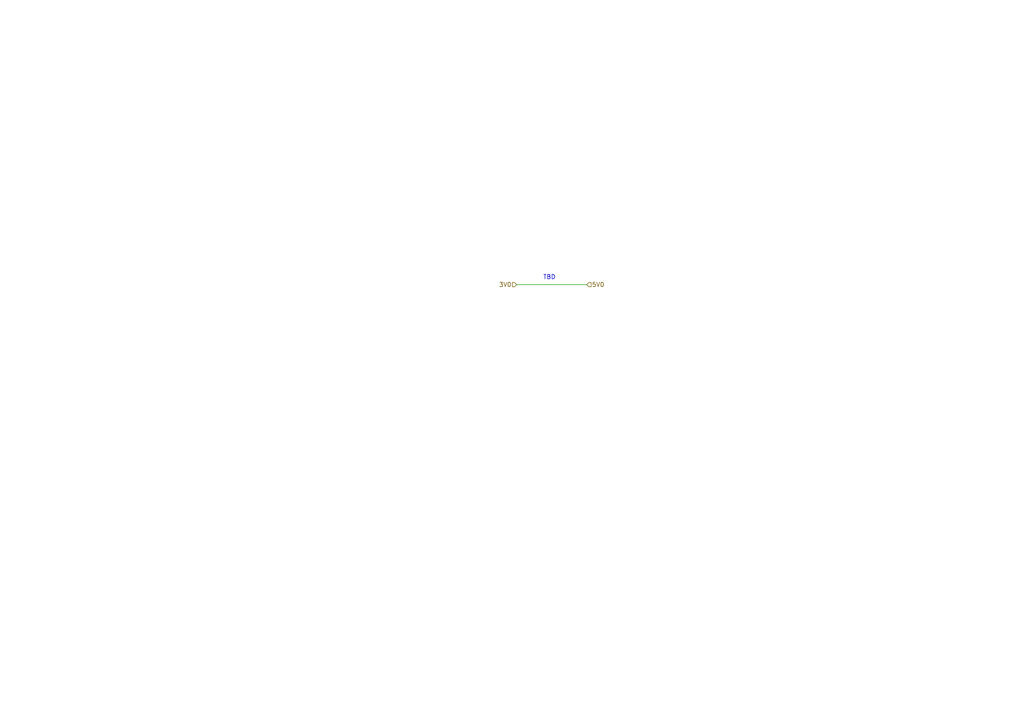
<source format=kicad_sch>
(kicad_sch (version 20211123) (generator eeschema)
  (paper "A4")
  (title_block (date "2022-01-20") (rev "0.0.1"))
  (lib_symbols)
  (wire (pts (xy 149.86 82.55) (xy 170.18 82.55)))
  (text "TBD" (at 157.48 81.28 0) (effects (font (size 1.27 1.27)) (justify left bottom)))
  (hierarchical_label "5V0" (shape input) (at 170.18 82.55 0))
  (hierarchical_label "3V0" (shape input) (at 149.86 82.55 180))
)
</source>
